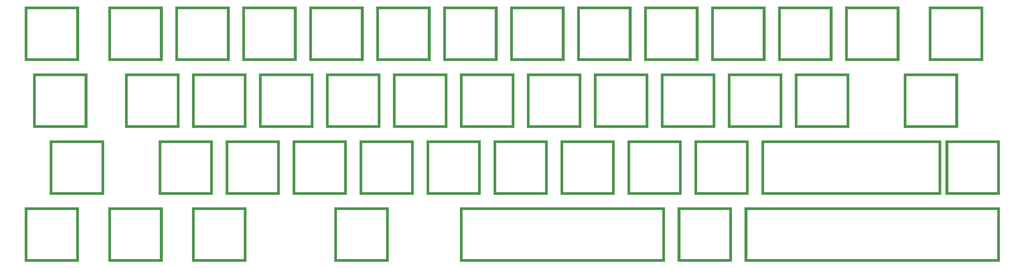
<source format=gbr>
G04 #@! TF.GenerationSoftware,KiCad,Pcbnew,(5.1.10-1-10_14)*
G04 #@! TF.CreationDate,2021-09-01T20:03:42+02:00*
G04 #@! TF.ProjectId,plate,706c6174-652e-46b6-9963-61645f706362,1*
G04 #@! TF.SameCoordinates,Original*
G04 #@! TF.FileFunction,Soldermask,Top*
G04 #@! TF.FilePolarity,Negative*
%FSLAX46Y46*%
G04 Gerber Fmt 4.6, Leading zero omitted, Abs format (unit mm)*
G04 Created by KiCad (PCBNEW (5.1.10-1-10_14)) date 2021-09-01 20:03:42*
%MOMM*%
%LPD*%
G01*
G04 APERTURE LIST*
%ADD10C,0.100000*%
G04 APERTURE END LIST*
D10*
G36*
X333456250Y-169500000D02*
G01*
X282337500Y-169500000D01*
X283037500Y-168800000D01*
X332756250Y-168800000D01*
X333456250Y-169500000D01*
G37*
X333456250Y-169500000D02*
X282337500Y-169500000D01*
X283037500Y-168800000D01*
X332756250Y-168800000D01*
X333456250Y-169500000D01*
G36*
X332756250Y-154800000D02*
G01*
X283037500Y-154800000D01*
X282337500Y-154100000D01*
X333456250Y-154100000D01*
X332756250Y-154800000D01*
G37*
X332756250Y-154800000D02*
X283037500Y-154800000D01*
X282337500Y-154100000D01*
X333456250Y-154100000D01*
X332756250Y-154800000D01*
G36*
X349425000Y-173850000D02*
G01*
X278275000Y-173850000D01*
X277575000Y-173150000D01*
X350125000Y-173150000D01*
X349425000Y-173850000D01*
G37*
X349425000Y-173850000D02*
X278275000Y-173850000D01*
X277575000Y-173150000D01*
X350125000Y-173150000D01*
X349425000Y-173850000D01*
G36*
X350125000Y-188550000D02*
G01*
X277575000Y-188550000D01*
X278275000Y-187850000D01*
X349425000Y-187850000D01*
X350125000Y-188550000D01*
G37*
X350125000Y-188550000D02*
X277575000Y-188550000D01*
X278275000Y-187850000D01*
X349425000Y-187850000D01*
X350125000Y-188550000D01*
G36*
X254875000Y-188550000D02*
G01*
X196612500Y-188550000D01*
X197312500Y-187850000D01*
X254175000Y-187850000D01*
X254875000Y-188550000D01*
G37*
X254875000Y-188550000D02*
X196612500Y-188550000D01*
X197312500Y-187850000D01*
X254175000Y-187850000D01*
X254875000Y-188550000D01*
G36*
X254175000Y-173850000D02*
G01*
X197312500Y-173850000D01*
X196612500Y-173150000D01*
X254875000Y-173150000D01*
X254175000Y-173850000D01*
G37*
X254175000Y-173850000D02*
X197312500Y-173850000D01*
X196612500Y-173150000D01*
X254875000Y-173150000D01*
X254175000Y-173850000D01*
G36*
X283037500Y-154800000D02*
G01*
X283037500Y-168800000D01*
X282337500Y-169500000D01*
X282337500Y-154100000D01*
X283037500Y-154800000D01*
G37*
X283037500Y-154800000D02*
X283037500Y-168800000D01*
X282337500Y-169500000D01*
X282337500Y-154100000D01*
X283037500Y-154800000D01*
G36*
X333456250Y-169500000D02*
G01*
X332756250Y-168800000D01*
X332756250Y-154800000D01*
X333456250Y-154100000D01*
X333456250Y-169500000D01*
G37*
X333456250Y-169500000D02*
X332756250Y-168800000D01*
X332756250Y-154800000D01*
X333456250Y-154100000D01*
X333456250Y-169500000D01*
G36*
X350125000Y-188550000D02*
G01*
X349425000Y-187850000D01*
X349425000Y-173850000D01*
X350125000Y-173150000D01*
X350125000Y-188550000D01*
G37*
X350125000Y-188550000D02*
X349425000Y-187850000D01*
X349425000Y-173850000D01*
X350125000Y-173150000D01*
X350125000Y-188550000D01*
G36*
X278275000Y-173850000D02*
G01*
X278275000Y-187850000D01*
X277575000Y-188550000D01*
X277575000Y-173150000D01*
X278275000Y-173850000D01*
G37*
X278275000Y-173850000D02*
X278275000Y-187850000D01*
X277575000Y-188550000D01*
X277575000Y-173150000D01*
X278275000Y-173850000D01*
G36*
X273925000Y-188550000D02*
G01*
X273225000Y-187850000D01*
X273225000Y-173850000D01*
X273925000Y-173150000D01*
X273925000Y-188550000D01*
G37*
X273925000Y-188550000D02*
X273225000Y-187850000D01*
X273225000Y-173850000D01*
X273925000Y-173150000D01*
X273925000Y-188550000D01*
G36*
X273225000Y-173850000D02*
G01*
X259225000Y-173850000D01*
X258525000Y-173150000D01*
X273925000Y-173150000D01*
X273225000Y-173850000D01*
G37*
X273225000Y-173850000D02*
X259225000Y-173850000D01*
X258525000Y-173150000D01*
X273925000Y-173150000D01*
X273225000Y-173850000D01*
G36*
X273925000Y-188550000D02*
G01*
X258525000Y-188550000D01*
X259225000Y-187850000D01*
X273225000Y-187850000D01*
X273925000Y-188550000D01*
G37*
X273925000Y-188550000D02*
X258525000Y-188550000D01*
X259225000Y-187850000D01*
X273225000Y-187850000D01*
X273925000Y-188550000D01*
G36*
X259225000Y-173850000D02*
G01*
X259225000Y-187850000D01*
X258525000Y-188550000D01*
X258525000Y-173150000D01*
X259225000Y-173850000D01*
G37*
X259225000Y-173850000D02*
X259225000Y-187850000D01*
X258525000Y-188550000D01*
X258525000Y-173150000D01*
X259225000Y-173850000D01*
G36*
X254875000Y-188550000D02*
G01*
X254175000Y-187850000D01*
X254175000Y-173850000D01*
X254875000Y-173150000D01*
X254875000Y-188550000D01*
G37*
X254875000Y-188550000D02*
X254175000Y-187850000D01*
X254175000Y-173850000D01*
X254875000Y-173150000D01*
X254875000Y-188550000D01*
G36*
X197312500Y-173850000D02*
G01*
X197312500Y-187850000D01*
X196612500Y-188550000D01*
X196612500Y-173150000D01*
X197312500Y-173850000D01*
G37*
X197312500Y-173850000D02*
X197312500Y-187850000D01*
X196612500Y-188550000D01*
X196612500Y-173150000D01*
X197312500Y-173850000D01*
G36*
X135812500Y-188550000D02*
G01*
X135112500Y-187850000D01*
X135112500Y-173850000D01*
X135812500Y-173150000D01*
X135812500Y-188550000D01*
G37*
X135812500Y-188550000D02*
X135112500Y-187850000D01*
X135112500Y-173850000D01*
X135812500Y-173150000D01*
X135812500Y-188550000D01*
G36*
X135112500Y-173850000D02*
G01*
X121112500Y-173850000D01*
X120412500Y-173150000D01*
X135812500Y-173150000D01*
X135112500Y-173850000D01*
G37*
X135112500Y-173850000D02*
X121112500Y-173850000D01*
X120412500Y-173150000D01*
X135812500Y-173150000D01*
X135112500Y-173850000D01*
G36*
X135812500Y-188550000D02*
G01*
X120412500Y-188550000D01*
X121112500Y-187850000D01*
X135112500Y-187850000D01*
X135812500Y-188550000D01*
G37*
X135812500Y-188550000D02*
X120412500Y-188550000D01*
X121112500Y-187850000D01*
X135112500Y-187850000D01*
X135812500Y-188550000D01*
G36*
X121112500Y-173850000D02*
G01*
X121112500Y-187850000D01*
X120412500Y-188550000D01*
X120412500Y-173150000D01*
X121112500Y-173850000D01*
G37*
X121112500Y-173850000D02*
X121112500Y-187850000D01*
X120412500Y-188550000D01*
X120412500Y-173150000D01*
X121112500Y-173850000D01*
G36*
X112000000Y-188550000D02*
G01*
X111300000Y-187850000D01*
X111300000Y-173850000D01*
X112000000Y-173150000D01*
X112000000Y-188550000D01*
G37*
X112000000Y-188550000D02*
X111300000Y-187850000D01*
X111300000Y-173850000D01*
X112000000Y-173150000D01*
X112000000Y-188550000D01*
G36*
X111300000Y-173850000D02*
G01*
X97300000Y-173850000D01*
X96600000Y-173150000D01*
X112000000Y-173150000D01*
X111300000Y-173850000D01*
G37*
X111300000Y-173850000D02*
X97300000Y-173850000D01*
X96600000Y-173150000D01*
X112000000Y-173150000D01*
X111300000Y-173850000D01*
G36*
X112000000Y-188550000D02*
G01*
X96600000Y-188550000D01*
X97300000Y-187850000D01*
X111300000Y-187850000D01*
X112000000Y-188550000D01*
G37*
X112000000Y-188550000D02*
X96600000Y-188550000D01*
X97300000Y-187850000D01*
X111300000Y-187850000D01*
X112000000Y-188550000D01*
G36*
X97300000Y-173850000D02*
G01*
X97300000Y-187850000D01*
X96600000Y-188550000D01*
X96600000Y-173150000D01*
X97300000Y-173850000D01*
G37*
X97300000Y-173850000D02*
X97300000Y-187850000D01*
X96600000Y-188550000D01*
X96600000Y-173150000D01*
X97300000Y-173850000D01*
G36*
X88187500Y-188550000D02*
G01*
X87487500Y-187850000D01*
X87487500Y-173850000D01*
X88187500Y-173150000D01*
X88187500Y-188550000D01*
G37*
X88187500Y-188550000D02*
X87487500Y-187850000D01*
X87487500Y-173850000D01*
X88187500Y-173150000D01*
X88187500Y-188550000D01*
G36*
X87487500Y-173850000D02*
G01*
X73487500Y-173850000D01*
X72787500Y-173150000D01*
X88187500Y-173150000D01*
X87487500Y-173850000D01*
G37*
X87487500Y-173850000D02*
X73487500Y-173850000D01*
X72787500Y-173150000D01*
X88187500Y-173150000D01*
X87487500Y-173850000D01*
G36*
X88187500Y-188550000D02*
G01*
X72787500Y-188550000D01*
X73487500Y-187850000D01*
X87487500Y-187850000D01*
X88187500Y-188550000D01*
G37*
X88187500Y-188550000D02*
X72787500Y-188550000D01*
X73487500Y-187850000D01*
X87487500Y-187850000D01*
X88187500Y-188550000D01*
G36*
X73487500Y-173850000D02*
G01*
X73487500Y-187850000D01*
X72787500Y-188550000D01*
X72787500Y-173150000D01*
X73487500Y-173850000D01*
G37*
X73487500Y-173850000D02*
X73487500Y-187850000D01*
X72787500Y-188550000D01*
X72787500Y-173150000D01*
X73487500Y-173850000D01*
G36*
X126287500Y-169500000D02*
G01*
X125587500Y-168800000D01*
X125587500Y-154800000D01*
X126287500Y-154100000D01*
X126287500Y-169500000D01*
G37*
X126287500Y-169500000D02*
X125587500Y-168800000D01*
X125587500Y-154800000D01*
X126287500Y-154100000D01*
X126287500Y-169500000D01*
G36*
X125587500Y-154800000D02*
G01*
X111587500Y-154800000D01*
X110887500Y-154100000D01*
X126287500Y-154100000D01*
X125587500Y-154800000D01*
G37*
X125587500Y-154800000D02*
X111587500Y-154800000D01*
X110887500Y-154100000D01*
X126287500Y-154100000D01*
X125587500Y-154800000D01*
G36*
X126287500Y-169500000D02*
G01*
X110887500Y-169500000D01*
X111587500Y-168800000D01*
X125587500Y-168800000D01*
X126287500Y-169500000D01*
G37*
X126287500Y-169500000D02*
X110887500Y-169500000D01*
X111587500Y-168800000D01*
X125587500Y-168800000D01*
X126287500Y-169500000D01*
G36*
X111587500Y-154800000D02*
G01*
X111587500Y-168800000D01*
X110887500Y-169500000D01*
X110887500Y-154100000D01*
X111587500Y-154800000D01*
G37*
X111587500Y-154800000D02*
X111587500Y-168800000D01*
X110887500Y-169500000D01*
X110887500Y-154100000D01*
X111587500Y-154800000D01*
G36*
X145337500Y-169500000D02*
G01*
X144637500Y-168800000D01*
X144637500Y-154800000D01*
X145337500Y-154100000D01*
X145337500Y-169500000D01*
G37*
X145337500Y-169500000D02*
X144637500Y-168800000D01*
X144637500Y-154800000D01*
X145337500Y-154100000D01*
X145337500Y-169500000D01*
G36*
X144637500Y-154800000D02*
G01*
X130637500Y-154800000D01*
X129937500Y-154100000D01*
X145337500Y-154100000D01*
X144637500Y-154800000D01*
G37*
X144637500Y-154800000D02*
X130637500Y-154800000D01*
X129937500Y-154100000D01*
X145337500Y-154100000D01*
X144637500Y-154800000D01*
G36*
X145337500Y-169500000D02*
G01*
X129937500Y-169500000D01*
X130637500Y-168800000D01*
X144637500Y-168800000D01*
X145337500Y-169500000D01*
G37*
X145337500Y-169500000D02*
X129937500Y-169500000D01*
X130637500Y-168800000D01*
X144637500Y-168800000D01*
X145337500Y-169500000D01*
G36*
X130637500Y-154800000D02*
G01*
X130637500Y-168800000D01*
X129937500Y-169500000D01*
X129937500Y-154100000D01*
X130637500Y-154800000D01*
G37*
X130637500Y-154800000D02*
X130637500Y-168800000D01*
X129937500Y-169500000D01*
X129937500Y-154100000D01*
X130637500Y-154800000D01*
G36*
X164387500Y-169500000D02*
G01*
X163687500Y-168800000D01*
X163687500Y-154800000D01*
X164387500Y-154100000D01*
X164387500Y-169500000D01*
G37*
X164387500Y-169500000D02*
X163687500Y-168800000D01*
X163687500Y-154800000D01*
X164387500Y-154100000D01*
X164387500Y-169500000D01*
G36*
X163687500Y-154800000D02*
G01*
X149687500Y-154800000D01*
X148987500Y-154100000D01*
X164387500Y-154100000D01*
X163687500Y-154800000D01*
G37*
X163687500Y-154800000D02*
X149687500Y-154800000D01*
X148987500Y-154100000D01*
X164387500Y-154100000D01*
X163687500Y-154800000D01*
G36*
X164387500Y-169500000D02*
G01*
X148987500Y-169500000D01*
X149687500Y-168800000D01*
X163687500Y-168800000D01*
X164387500Y-169500000D01*
G37*
X164387500Y-169500000D02*
X148987500Y-169500000D01*
X149687500Y-168800000D01*
X163687500Y-168800000D01*
X164387500Y-169500000D01*
G36*
X149687500Y-154800000D02*
G01*
X149687500Y-168800000D01*
X148987500Y-169500000D01*
X148987500Y-154100000D01*
X149687500Y-154800000D01*
G37*
X149687500Y-154800000D02*
X149687500Y-168800000D01*
X148987500Y-169500000D01*
X148987500Y-154100000D01*
X149687500Y-154800000D01*
G36*
X176293750Y-188550000D02*
G01*
X175593750Y-187850000D01*
X175593750Y-173850000D01*
X176293750Y-173150000D01*
X176293750Y-188550000D01*
G37*
X176293750Y-188550000D02*
X175593750Y-187850000D01*
X175593750Y-173850000D01*
X176293750Y-173150000D01*
X176293750Y-188550000D01*
G36*
X175593750Y-173850000D02*
G01*
X161593750Y-173850000D01*
X160893750Y-173150000D01*
X176293750Y-173150000D01*
X175593750Y-173850000D01*
G37*
X175593750Y-173850000D02*
X161593750Y-173850000D01*
X160893750Y-173150000D01*
X176293750Y-173150000D01*
X175593750Y-173850000D01*
G36*
X176293750Y-188550000D02*
G01*
X160893750Y-188550000D01*
X161593750Y-187850000D01*
X175593750Y-187850000D01*
X176293750Y-188550000D01*
G37*
X176293750Y-188550000D02*
X160893750Y-188550000D01*
X161593750Y-187850000D01*
X175593750Y-187850000D01*
X176293750Y-188550000D01*
G36*
X161593750Y-173850000D02*
G01*
X161593750Y-187850000D01*
X160893750Y-188550000D01*
X160893750Y-173150000D01*
X161593750Y-173850000D01*
G37*
X161593750Y-173850000D02*
X161593750Y-187850000D01*
X160893750Y-188550000D01*
X160893750Y-173150000D01*
X161593750Y-173850000D01*
G36*
X183437500Y-169500000D02*
G01*
X182737500Y-168800000D01*
X182737500Y-154800000D01*
X183437500Y-154100000D01*
X183437500Y-169500000D01*
G37*
X183437500Y-169500000D02*
X182737500Y-168800000D01*
X182737500Y-154800000D01*
X183437500Y-154100000D01*
X183437500Y-169500000D01*
G36*
X182737500Y-154800000D02*
G01*
X168737500Y-154800000D01*
X168037500Y-154100000D01*
X183437500Y-154100000D01*
X182737500Y-154800000D01*
G37*
X182737500Y-154800000D02*
X168737500Y-154800000D01*
X168037500Y-154100000D01*
X183437500Y-154100000D01*
X182737500Y-154800000D01*
G36*
X183437500Y-169500000D02*
G01*
X168037500Y-169500000D01*
X168737500Y-168800000D01*
X182737500Y-168800000D01*
X183437500Y-169500000D01*
G37*
X183437500Y-169500000D02*
X168037500Y-169500000D01*
X168737500Y-168800000D01*
X182737500Y-168800000D01*
X183437500Y-169500000D01*
G36*
X168737500Y-154800000D02*
G01*
X168737500Y-168800000D01*
X168037500Y-169500000D01*
X168037500Y-154100000D01*
X168737500Y-154800000D01*
G37*
X168737500Y-154800000D02*
X168737500Y-168800000D01*
X168037500Y-169500000D01*
X168037500Y-154100000D01*
X168737500Y-154800000D01*
G36*
X202487500Y-169500000D02*
G01*
X201787500Y-168800000D01*
X201787500Y-154800000D01*
X202487500Y-154100000D01*
X202487500Y-169500000D01*
G37*
X202487500Y-169500000D02*
X201787500Y-168800000D01*
X201787500Y-154800000D01*
X202487500Y-154100000D01*
X202487500Y-169500000D01*
G36*
X201787500Y-154800000D02*
G01*
X187787500Y-154800000D01*
X187087500Y-154100000D01*
X202487500Y-154100000D01*
X201787500Y-154800000D01*
G37*
X201787500Y-154800000D02*
X187787500Y-154800000D01*
X187087500Y-154100000D01*
X202487500Y-154100000D01*
X201787500Y-154800000D01*
G36*
X202487500Y-169500000D02*
G01*
X187087500Y-169500000D01*
X187787500Y-168800000D01*
X201787500Y-168800000D01*
X202487500Y-169500000D01*
G37*
X202487500Y-169500000D02*
X187087500Y-169500000D01*
X187787500Y-168800000D01*
X201787500Y-168800000D01*
X202487500Y-169500000D01*
G36*
X187787500Y-154800000D02*
G01*
X187787500Y-168800000D01*
X187087500Y-169500000D01*
X187087500Y-154100000D01*
X187787500Y-154800000D01*
G37*
X187787500Y-154800000D02*
X187787500Y-168800000D01*
X187087500Y-169500000D01*
X187087500Y-154100000D01*
X187787500Y-154800000D01*
G36*
X221537500Y-169500000D02*
G01*
X220837500Y-168800000D01*
X220837500Y-154800000D01*
X221537500Y-154100000D01*
X221537500Y-169500000D01*
G37*
X221537500Y-169500000D02*
X220837500Y-168800000D01*
X220837500Y-154800000D01*
X221537500Y-154100000D01*
X221537500Y-169500000D01*
G36*
X220837500Y-154800000D02*
G01*
X206837500Y-154800000D01*
X206137500Y-154100000D01*
X221537500Y-154100000D01*
X220837500Y-154800000D01*
G37*
X220837500Y-154800000D02*
X206837500Y-154800000D01*
X206137500Y-154100000D01*
X221537500Y-154100000D01*
X220837500Y-154800000D01*
G36*
X221537500Y-169500000D02*
G01*
X206137500Y-169500000D01*
X206837500Y-168800000D01*
X220837500Y-168800000D01*
X221537500Y-169500000D01*
G37*
X221537500Y-169500000D02*
X206137500Y-169500000D01*
X206837500Y-168800000D01*
X220837500Y-168800000D01*
X221537500Y-169500000D01*
G36*
X206837500Y-154800000D02*
G01*
X206837500Y-168800000D01*
X206137500Y-169500000D01*
X206137500Y-154100000D01*
X206837500Y-154800000D01*
G37*
X206837500Y-154800000D02*
X206837500Y-168800000D01*
X206137500Y-169500000D01*
X206137500Y-154100000D01*
X206837500Y-154800000D01*
G36*
X240587500Y-169500000D02*
G01*
X239887500Y-168800000D01*
X239887500Y-154800000D01*
X240587500Y-154100000D01*
X240587500Y-169500000D01*
G37*
X240587500Y-169500000D02*
X239887500Y-168800000D01*
X239887500Y-154800000D01*
X240587500Y-154100000D01*
X240587500Y-169500000D01*
G36*
X239887500Y-154800000D02*
G01*
X225887500Y-154800000D01*
X225187500Y-154100000D01*
X240587500Y-154100000D01*
X239887500Y-154800000D01*
G37*
X239887500Y-154800000D02*
X225887500Y-154800000D01*
X225187500Y-154100000D01*
X240587500Y-154100000D01*
X239887500Y-154800000D01*
G36*
X240587500Y-169500000D02*
G01*
X225187500Y-169500000D01*
X225887500Y-168800000D01*
X239887500Y-168800000D01*
X240587500Y-169500000D01*
G37*
X240587500Y-169500000D02*
X225187500Y-169500000D01*
X225887500Y-168800000D01*
X239887500Y-168800000D01*
X240587500Y-169500000D01*
G36*
X225887500Y-154800000D02*
G01*
X225887500Y-168800000D01*
X225187500Y-169500000D01*
X225187500Y-154100000D01*
X225887500Y-154800000D01*
G37*
X225887500Y-154800000D02*
X225887500Y-168800000D01*
X225187500Y-169500000D01*
X225187500Y-154100000D01*
X225887500Y-154800000D01*
G36*
X259637500Y-169500000D02*
G01*
X258937500Y-168800000D01*
X258937500Y-154800000D01*
X259637500Y-154100000D01*
X259637500Y-169500000D01*
G37*
X259637500Y-169500000D02*
X258937500Y-168800000D01*
X258937500Y-154800000D01*
X259637500Y-154100000D01*
X259637500Y-169500000D01*
G36*
X258937500Y-154800000D02*
G01*
X244937500Y-154800000D01*
X244237500Y-154100000D01*
X259637500Y-154100000D01*
X258937500Y-154800000D01*
G37*
X258937500Y-154800000D02*
X244937500Y-154800000D01*
X244237500Y-154100000D01*
X259637500Y-154100000D01*
X258937500Y-154800000D01*
G36*
X259637500Y-169500000D02*
G01*
X244237500Y-169500000D01*
X244937500Y-168800000D01*
X258937500Y-168800000D01*
X259637500Y-169500000D01*
G37*
X259637500Y-169500000D02*
X244237500Y-169500000D01*
X244937500Y-168800000D01*
X258937500Y-168800000D01*
X259637500Y-169500000D01*
G36*
X244937500Y-154800000D02*
G01*
X244937500Y-168800000D01*
X244237500Y-169500000D01*
X244237500Y-154100000D01*
X244937500Y-154800000D01*
G37*
X244937500Y-154800000D02*
X244937500Y-168800000D01*
X244237500Y-169500000D01*
X244237500Y-154100000D01*
X244937500Y-154800000D01*
G36*
X278687500Y-169500000D02*
G01*
X277987500Y-168800000D01*
X277987500Y-154800000D01*
X278687500Y-154100000D01*
X278687500Y-169500000D01*
G37*
X278687500Y-169500000D02*
X277987500Y-168800000D01*
X277987500Y-154800000D01*
X278687500Y-154100000D01*
X278687500Y-169500000D01*
G36*
X277987500Y-154800000D02*
G01*
X263987500Y-154800000D01*
X263287500Y-154100000D01*
X278687500Y-154100000D01*
X277987500Y-154800000D01*
G37*
X277987500Y-154800000D02*
X263987500Y-154800000D01*
X263287500Y-154100000D01*
X278687500Y-154100000D01*
X277987500Y-154800000D01*
G36*
X278687500Y-169500000D02*
G01*
X263287500Y-169500000D01*
X263987500Y-168800000D01*
X277987500Y-168800000D01*
X278687500Y-169500000D01*
G37*
X278687500Y-169500000D02*
X263287500Y-169500000D01*
X263987500Y-168800000D01*
X277987500Y-168800000D01*
X278687500Y-169500000D01*
G36*
X263987500Y-154800000D02*
G01*
X263987500Y-168800000D01*
X263287500Y-169500000D01*
X263287500Y-154100000D01*
X263987500Y-154800000D01*
G37*
X263987500Y-154800000D02*
X263987500Y-168800000D01*
X263287500Y-169500000D01*
X263287500Y-154100000D01*
X263987500Y-154800000D01*
G36*
X350125000Y-169500000D02*
G01*
X349425000Y-168800000D01*
X349425000Y-154800000D01*
X350125000Y-154100000D01*
X350125000Y-169500000D01*
G37*
X350125000Y-169500000D02*
X349425000Y-168800000D01*
X349425000Y-154800000D01*
X350125000Y-154100000D01*
X350125000Y-169500000D01*
G36*
X349425000Y-154800000D02*
G01*
X335425000Y-154800000D01*
X334725000Y-154100000D01*
X350125000Y-154100000D01*
X349425000Y-154800000D01*
G37*
X349425000Y-154800000D02*
X335425000Y-154800000D01*
X334725000Y-154100000D01*
X350125000Y-154100000D01*
X349425000Y-154800000D01*
G36*
X350125000Y-169500000D02*
G01*
X334725000Y-169500000D01*
X335425000Y-168800000D01*
X349425000Y-168800000D01*
X350125000Y-169500000D01*
G37*
X350125000Y-169500000D02*
X334725000Y-169500000D01*
X335425000Y-168800000D01*
X349425000Y-168800000D01*
X350125000Y-169500000D01*
G36*
X335425000Y-154800000D02*
G01*
X335425000Y-168800000D01*
X334725000Y-169500000D01*
X334725000Y-154100000D01*
X335425000Y-154800000D01*
G37*
X335425000Y-154800000D02*
X335425000Y-168800000D01*
X334725000Y-169500000D01*
X334725000Y-154100000D01*
X335425000Y-154800000D01*
G36*
X338218750Y-150450000D02*
G01*
X337518750Y-149750000D01*
X337518750Y-135750000D01*
X338218750Y-135050000D01*
X338218750Y-150450000D01*
G37*
X338218750Y-150450000D02*
X337518750Y-149750000D01*
X337518750Y-135750000D01*
X338218750Y-135050000D01*
X338218750Y-150450000D01*
G36*
X337518750Y-135750000D02*
G01*
X323518750Y-135750000D01*
X322818750Y-135050000D01*
X338218750Y-135050000D01*
X337518750Y-135750000D01*
G37*
X337518750Y-135750000D02*
X323518750Y-135750000D01*
X322818750Y-135050000D01*
X338218750Y-135050000D01*
X337518750Y-135750000D01*
G36*
X338218750Y-150450000D02*
G01*
X322818750Y-150450000D01*
X323518750Y-149750000D01*
X337518750Y-149750000D01*
X338218750Y-150450000D01*
G37*
X338218750Y-150450000D02*
X322818750Y-150450000D01*
X323518750Y-149750000D01*
X337518750Y-149750000D01*
X338218750Y-150450000D01*
G36*
X323518750Y-135750000D02*
G01*
X323518750Y-149750000D01*
X322818750Y-150450000D01*
X322818750Y-135050000D01*
X323518750Y-135750000D01*
G37*
X323518750Y-135750000D02*
X323518750Y-149750000D01*
X322818750Y-150450000D01*
X322818750Y-135050000D01*
X323518750Y-135750000D01*
G36*
X307262500Y-150450000D02*
G01*
X306562500Y-149750000D01*
X306562500Y-135750000D01*
X307262500Y-135050000D01*
X307262500Y-150450000D01*
G37*
X307262500Y-150450000D02*
X306562500Y-149750000D01*
X306562500Y-135750000D01*
X307262500Y-135050000D01*
X307262500Y-150450000D01*
G36*
X306562500Y-135750000D02*
G01*
X292562500Y-135750000D01*
X291862500Y-135050000D01*
X307262500Y-135050000D01*
X306562500Y-135750000D01*
G37*
X306562500Y-135750000D02*
X292562500Y-135750000D01*
X291862500Y-135050000D01*
X307262500Y-135050000D01*
X306562500Y-135750000D01*
G36*
X307262500Y-150450000D02*
G01*
X291862500Y-150450000D01*
X292562500Y-149750000D01*
X306562500Y-149750000D01*
X307262500Y-150450000D01*
G37*
X307262500Y-150450000D02*
X291862500Y-150450000D01*
X292562500Y-149750000D01*
X306562500Y-149750000D01*
X307262500Y-150450000D01*
G36*
X292562500Y-135750000D02*
G01*
X292562500Y-149750000D01*
X291862500Y-150450000D01*
X291862500Y-135050000D01*
X292562500Y-135750000D01*
G37*
X292562500Y-135750000D02*
X292562500Y-149750000D01*
X291862500Y-150450000D01*
X291862500Y-135050000D01*
X292562500Y-135750000D01*
G36*
X288212500Y-150450000D02*
G01*
X287512500Y-149750000D01*
X287512500Y-135750000D01*
X288212500Y-135050000D01*
X288212500Y-150450000D01*
G37*
X288212500Y-150450000D02*
X287512500Y-149750000D01*
X287512500Y-135750000D01*
X288212500Y-135050000D01*
X288212500Y-150450000D01*
G36*
X287512500Y-135750000D02*
G01*
X273512500Y-135750000D01*
X272812500Y-135050000D01*
X288212500Y-135050000D01*
X287512500Y-135750000D01*
G37*
X287512500Y-135750000D02*
X273512500Y-135750000D01*
X272812500Y-135050000D01*
X288212500Y-135050000D01*
X287512500Y-135750000D01*
G36*
X288212500Y-150450000D02*
G01*
X272812500Y-150450000D01*
X273512500Y-149750000D01*
X287512500Y-149750000D01*
X288212500Y-150450000D01*
G37*
X288212500Y-150450000D02*
X272812500Y-150450000D01*
X273512500Y-149750000D01*
X287512500Y-149750000D01*
X288212500Y-150450000D01*
G36*
X273512500Y-135750000D02*
G01*
X273512500Y-149750000D01*
X272812500Y-150450000D01*
X272812500Y-135050000D01*
X273512500Y-135750000D01*
G37*
X273512500Y-135750000D02*
X273512500Y-149750000D01*
X272812500Y-150450000D01*
X272812500Y-135050000D01*
X273512500Y-135750000D01*
G36*
X269162500Y-150450000D02*
G01*
X268462500Y-149750000D01*
X268462500Y-135750000D01*
X269162500Y-135050000D01*
X269162500Y-150450000D01*
G37*
X269162500Y-150450000D02*
X268462500Y-149750000D01*
X268462500Y-135750000D01*
X269162500Y-135050000D01*
X269162500Y-150450000D01*
G36*
X268462500Y-135750000D02*
G01*
X254462500Y-135750000D01*
X253762500Y-135050000D01*
X269162500Y-135050000D01*
X268462500Y-135750000D01*
G37*
X268462500Y-135750000D02*
X254462500Y-135750000D01*
X253762500Y-135050000D01*
X269162500Y-135050000D01*
X268462500Y-135750000D01*
G36*
X269162500Y-150450000D02*
G01*
X253762500Y-150450000D01*
X254462500Y-149750000D01*
X268462500Y-149750000D01*
X269162500Y-150450000D01*
G37*
X269162500Y-150450000D02*
X253762500Y-150450000D01*
X254462500Y-149750000D01*
X268462500Y-149750000D01*
X269162500Y-150450000D01*
G36*
X254462500Y-135750000D02*
G01*
X254462500Y-149750000D01*
X253762500Y-150450000D01*
X253762500Y-135050000D01*
X254462500Y-135750000D01*
G37*
X254462500Y-135750000D02*
X254462500Y-149750000D01*
X253762500Y-150450000D01*
X253762500Y-135050000D01*
X254462500Y-135750000D01*
G36*
X250112500Y-150450000D02*
G01*
X249412500Y-149750000D01*
X249412500Y-135750000D01*
X250112500Y-135050000D01*
X250112500Y-150450000D01*
G37*
X250112500Y-150450000D02*
X249412500Y-149750000D01*
X249412500Y-135750000D01*
X250112500Y-135050000D01*
X250112500Y-150450000D01*
G36*
X249412500Y-135750000D02*
G01*
X235412500Y-135750000D01*
X234712500Y-135050000D01*
X250112500Y-135050000D01*
X249412500Y-135750000D01*
G37*
X249412500Y-135750000D02*
X235412500Y-135750000D01*
X234712500Y-135050000D01*
X250112500Y-135050000D01*
X249412500Y-135750000D01*
G36*
X250112500Y-150450000D02*
G01*
X234712500Y-150450000D01*
X235412500Y-149750000D01*
X249412500Y-149750000D01*
X250112500Y-150450000D01*
G37*
X250112500Y-150450000D02*
X234712500Y-150450000D01*
X235412500Y-149750000D01*
X249412500Y-149750000D01*
X250112500Y-150450000D01*
G36*
X235412500Y-135750000D02*
G01*
X235412500Y-149750000D01*
X234712500Y-150450000D01*
X234712500Y-135050000D01*
X235412500Y-135750000D01*
G37*
X235412500Y-135750000D02*
X235412500Y-149750000D01*
X234712500Y-150450000D01*
X234712500Y-135050000D01*
X235412500Y-135750000D01*
G36*
X231062500Y-150450000D02*
G01*
X230362500Y-149750000D01*
X230362500Y-135750000D01*
X231062500Y-135050000D01*
X231062500Y-150450000D01*
G37*
X231062500Y-150450000D02*
X230362500Y-149750000D01*
X230362500Y-135750000D01*
X231062500Y-135050000D01*
X231062500Y-150450000D01*
G36*
X230362500Y-135750000D02*
G01*
X216362500Y-135750000D01*
X215662500Y-135050000D01*
X231062500Y-135050000D01*
X230362500Y-135750000D01*
G37*
X230362500Y-135750000D02*
X216362500Y-135750000D01*
X215662500Y-135050000D01*
X231062500Y-135050000D01*
X230362500Y-135750000D01*
G36*
X231062500Y-150450000D02*
G01*
X215662500Y-150450000D01*
X216362500Y-149750000D01*
X230362500Y-149750000D01*
X231062500Y-150450000D01*
G37*
X231062500Y-150450000D02*
X215662500Y-150450000D01*
X216362500Y-149750000D01*
X230362500Y-149750000D01*
X231062500Y-150450000D01*
G36*
X216362500Y-135750000D02*
G01*
X216362500Y-149750000D01*
X215662500Y-150450000D01*
X215662500Y-135050000D01*
X216362500Y-135750000D01*
G37*
X216362500Y-135750000D02*
X216362500Y-149750000D01*
X215662500Y-150450000D01*
X215662500Y-135050000D01*
X216362500Y-135750000D01*
G36*
X212012500Y-150450000D02*
G01*
X211312500Y-149750000D01*
X211312500Y-135750000D01*
X212012500Y-135050000D01*
X212012500Y-150450000D01*
G37*
X212012500Y-150450000D02*
X211312500Y-149750000D01*
X211312500Y-135750000D01*
X212012500Y-135050000D01*
X212012500Y-150450000D01*
G36*
X211312500Y-135750000D02*
G01*
X197312500Y-135750000D01*
X196612500Y-135050000D01*
X212012500Y-135050000D01*
X211312500Y-135750000D01*
G37*
X211312500Y-135750000D02*
X197312500Y-135750000D01*
X196612500Y-135050000D01*
X212012500Y-135050000D01*
X211312500Y-135750000D01*
G36*
X212012500Y-150450000D02*
G01*
X196612500Y-150450000D01*
X197312500Y-149750000D01*
X211312500Y-149750000D01*
X212012500Y-150450000D01*
G37*
X212012500Y-150450000D02*
X196612500Y-150450000D01*
X197312500Y-149750000D01*
X211312500Y-149750000D01*
X212012500Y-150450000D01*
G36*
X197312500Y-135750000D02*
G01*
X197312500Y-149750000D01*
X196612500Y-150450000D01*
X196612500Y-135050000D01*
X197312500Y-135750000D01*
G37*
X197312500Y-135750000D02*
X197312500Y-149750000D01*
X196612500Y-150450000D01*
X196612500Y-135050000D01*
X197312500Y-135750000D01*
G36*
X192962500Y-150450000D02*
G01*
X192262500Y-149750000D01*
X192262500Y-135750000D01*
X192962500Y-135050000D01*
X192962500Y-150450000D01*
G37*
X192962500Y-150450000D02*
X192262500Y-149750000D01*
X192262500Y-135750000D01*
X192962500Y-135050000D01*
X192962500Y-150450000D01*
G36*
X192262500Y-135750000D02*
G01*
X178262500Y-135750000D01*
X177562500Y-135050000D01*
X192962500Y-135050000D01*
X192262500Y-135750000D01*
G37*
X192262500Y-135750000D02*
X178262500Y-135750000D01*
X177562500Y-135050000D01*
X192962500Y-135050000D01*
X192262500Y-135750000D01*
G36*
X192962500Y-150450000D02*
G01*
X177562500Y-150450000D01*
X178262500Y-149750000D01*
X192262500Y-149750000D01*
X192962500Y-150450000D01*
G37*
X192962500Y-150450000D02*
X177562500Y-150450000D01*
X178262500Y-149750000D01*
X192262500Y-149750000D01*
X192962500Y-150450000D01*
G36*
X178262500Y-135750000D02*
G01*
X178262500Y-149750000D01*
X177562500Y-150450000D01*
X177562500Y-135050000D01*
X178262500Y-135750000D01*
G37*
X178262500Y-135750000D02*
X178262500Y-149750000D01*
X177562500Y-150450000D01*
X177562500Y-135050000D01*
X178262500Y-135750000D01*
G36*
X173912500Y-150450000D02*
G01*
X173212500Y-149750000D01*
X173212500Y-135750000D01*
X173912500Y-135050000D01*
X173912500Y-150450000D01*
G37*
X173912500Y-150450000D02*
X173212500Y-149750000D01*
X173212500Y-135750000D01*
X173912500Y-135050000D01*
X173912500Y-150450000D01*
G36*
X173212500Y-135750000D02*
G01*
X159212500Y-135750000D01*
X158512500Y-135050000D01*
X173912500Y-135050000D01*
X173212500Y-135750000D01*
G37*
X173212500Y-135750000D02*
X159212500Y-135750000D01*
X158512500Y-135050000D01*
X173912500Y-135050000D01*
X173212500Y-135750000D01*
G36*
X173912500Y-150450000D02*
G01*
X158512500Y-150450000D01*
X159212500Y-149750000D01*
X173212500Y-149750000D01*
X173912500Y-150450000D01*
G37*
X173912500Y-150450000D02*
X158512500Y-150450000D01*
X159212500Y-149750000D01*
X173212500Y-149750000D01*
X173912500Y-150450000D01*
G36*
X159212500Y-135750000D02*
G01*
X159212500Y-149750000D01*
X158512500Y-150450000D01*
X158512500Y-135050000D01*
X159212500Y-135750000D01*
G37*
X159212500Y-135750000D02*
X159212500Y-149750000D01*
X158512500Y-150450000D01*
X158512500Y-135050000D01*
X159212500Y-135750000D01*
G36*
X154862500Y-150450000D02*
G01*
X154162500Y-149750000D01*
X154162500Y-135750000D01*
X154862500Y-135050000D01*
X154862500Y-150450000D01*
G37*
X154862500Y-150450000D02*
X154162500Y-149750000D01*
X154162500Y-135750000D01*
X154862500Y-135050000D01*
X154862500Y-150450000D01*
G36*
X154162500Y-135750000D02*
G01*
X140162500Y-135750000D01*
X139462500Y-135050000D01*
X154862500Y-135050000D01*
X154162500Y-135750000D01*
G37*
X154162500Y-135750000D02*
X140162500Y-135750000D01*
X139462500Y-135050000D01*
X154862500Y-135050000D01*
X154162500Y-135750000D01*
G36*
X154862500Y-150450000D02*
G01*
X139462500Y-150450000D01*
X140162500Y-149750000D01*
X154162500Y-149750000D01*
X154862500Y-150450000D01*
G37*
X154862500Y-150450000D02*
X139462500Y-150450000D01*
X140162500Y-149750000D01*
X154162500Y-149750000D01*
X154862500Y-150450000D01*
G36*
X140162500Y-135750000D02*
G01*
X140162500Y-149750000D01*
X139462500Y-150450000D01*
X139462500Y-135050000D01*
X140162500Y-135750000D01*
G37*
X140162500Y-135750000D02*
X140162500Y-149750000D01*
X139462500Y-150450000D01*
X139462500Y-135050000D01*
X140162500Y-135750000D01*
G36*
X135812500Y-150450000D02*
G01*
X135112500Y-149750000D01*
X135112500Y-135750000D01*
X135812500Y-135050000D01*
X135812500Y-150450000D01*
G37*
X135812500Y-150450000D02*
X135112500Y-149750000D01*
X135112500Y-135750000D01*
X135812500Y-135050000D01*
X135812500Y-150450000D01*
G36*
X135112500Y-135750000D02*
G01*
X121112500Y-135750000D01*
X120412500Y-135050000D01*
X135812500Y-135050000D01*
X135112500Y-135750000D01*
G37*
X135112500Y-135750000D02*
X121112500Y-135750000D01*
X120412500Y-135050000D01*
X135812500Y-135050000D01*
X135112500Y-135750000D01*
G36*
X135812500Y-150450000D02*
G01*
X120412500Y-150450000D01*
X121112500Y-149750000D01*
X135112500Y-149750000D01*
X135812500Y-150450000D01*
G37*
X135812500Y-150450000D02*
X120412500Y-150450000D01*
X121112500Y-149750000D01*
X135112500Y-149750000D01*
X135812500Y-150450000D01*
G36*
X121112500Y-135750000D02*
G01*
X121112500Y-149750000D01*
X120412500Y-150450000D01*
X120412500Y-135050000D01*
X121112500Y-135750000D01*
G37*
X121112500Y-135750000D02*
X121112500Y-149750000D01*
X120412500Y-150450000D01*
X120412500Y-135050000D01*
X121112500Y-135750000D01*
G36*
X116762500Y-150450000D02*
G01*
X116062500Y-149750000D01*
X116062500Y-135750000D01*
X116762500Y-135050000D01*
X116762500Y-150450000D01*
G37*
X116762500Y-150450000D02*
X116062500Y-149750000D01*
X116062500Y-135750000D01*
X116762500Y-135050000D01*
X116762500Y-150450000D01*
G36*
X116062500Y-135750000D02*
G01*
X102062500Y-135750000D01*
X101362500Y-135050000D01*
X116762500Y-135050000D01*
X116062500Y-135750000D01*
G37*
X116062500Y-135750000D02*
X102062500Y-135750000D01*
X101362500Y-135050000D01*
X116762500Y-135050000D01*
X116062500Y-135750000D01*
G36*
X116762500Y-150450000D02*
G01*
X101362500Y-150450000D01*
X102062500Y-149750000D01*
X116062500Y-149750000D01*
X116762500Y-150450000D01*
G37*
X116762500Y-150450000D02*
X101362500Y-150450000D01*
X102062500Y-149750000D01*
X116062500Y-149750000D01*
X116762500Y-150450000D01*
G36*
X102062500Y-135750000D02*
G01*
X102062500Y-149750000D01*
X101362500Y-150450000D01*
X101362500Y-135050000D01*
X102062500Y-135750000D01*
G37*
X102062500Y-135750000D02*
X102062500Y-149750000D01*
X101362500Y-150450000D01*
X101362500Y-135050000D01*
X102062500Y-135750000D01*
G36*
X95331250Y-169500000D02*
G01*
X94631250Y-168800000D01*
X94631250Y-154800000D01*
X95331250Y-154100000D01*
X95331250Y-169500000D01*
G37*
X95331250Y-169500000D02*
X94631250Y-168800000D01*
X94631250Y-154800000D01*
X95331250Y-154100000D01*
X95331250Y-169500000D01*
G36*
X94631250Y-154800000D02*
G01*
X80631250Y-154800000D01*
X79931250Y-154100000D01*
X95331250Y-154100000D01*
X94631250Y-154800000D01*
G37*
X94631250Y-154800000D02*
X80631250Y-154800000D01*
X79931250Y-154100000D01*
X95331250Y-154100000D01*
X94631250Y-154800000D01*
G36*
X95331250Y-169500000D02*
G01*
X79931250Y-169500000D01*
X80631250Y-168800000D01*
X94631250Y-168800000D01*
X95331250Y-169500000D01*
G37*
X95331250Y-169500000D02*
X79931250Y-169500000D01*
X80631250Y-168800000D01*
X94631250Y-168800000D01*
X95331250Y-169500000D01*
G36*
X80631250Y-154800000D02*
G01*
X80631250Y-168800000D01*
X79931250Y-169500000D01*
X79931250Y-154100000D01*
X80631250Y-154800000D01*
G37*
X80631250Y-154800000D02*
X80631250Y-168800000D01*
X79931250Y-169500000D01*
X79931250Y-154100000D01*
X80631250Y-154800000D01*
G36*
X90568750Y-150450000D02*
G01*
X89868750Y-149750000D01*
X89868750Y-135750000D01*
X90568750Y-135050000D01*
X90568750Y-150450000D01*
G37*
X90568750Y-150450000D02*
X89868750Y-149750000D01*
X89868750Y-135750000D01*
X90568750Y-135050000D01*
X90568750Y-150450000D01*
G36*
X89868750Y-135750000D02*
G01*
X75868750Y-135750000D01*
X75168750Y-135050000D01*
X90568750Y-135050000D01*
X89868750Y-135750000D01*
G37*
X89868750Y-135750000D02*
X75868750Y-135750000D01*
X75168750Y-135050000D01*
X90568750Y-135050000D01*
X89868750Y-135750000D01*
G36*
X90568750Y-150450000D02*
G01*
X75168750Y-150450000D01*
X75868750Y-149750000D01*
X89868750Y-149750000D01*
X90568750Y-150450000D01*
G37*
X90568750Y-150450000D02*
X75168750Y-150450000D01*
X75868750Y-149750000D01*
X89868750Y-149750000D01*
X90568750Y-150450000D01*
G36*
X75868750Y-135750000D02*
G01*
X75868750Y-149750000D01*
X75168750Y-150450000D01*
X75168750Y-135050000D01*
X75868750Y-135750000D01*
G37*
X75868750Y-135750000D02*
X75868750Y-149750000D01*
X75168750Y-150450000D01*
X75168750Y-135050000D01*
X75868750Y-135750000D01*
G36*
X345362500Y-131400000D02*
G01*
X344662500Y-130700000D01*
X344662500Y-116700000D01*
X345362500Y-116000000D01*
X345362500Y-131400000D01*
G37*
X345362500Y-131400000D02*
X344662500Y-130700000D01*
X344662500Y-116700000D01*
X345362500Y-116000000D01*
X345362500Y-131400000D01*
G36*
X344662500Y-116700000D02*
G01*
X330662500Y-116700000D01*
X329962500Y-116000000D01*
X345362500Y-116000000D01*
X344662500Y-116700000D01*
G37*
X344662500Y-116700000D02*
X330662500Y-116700000D01*
X329962500Y-116000000D01*
X345362500Y-116000000D01*
X344662500Y-116700000D01*
G36*
X345362500Y-131400000D02*
G01*
X329962500Y-131400000D01*
X330662500Y-130700000D01*
X344662500Y-130700000D01*
X345362500Y-131400000D01*
G37*
X345362500Y-131400000D02*
X329962500Y-131400000D01*
X330662500Y-130700000D01*
X344662500Y-130700000D01*
X345362500Y-131400000D01*
G36*
X330662500Y-116700000D02*
G01*
X330662500Y-130700000D01*
X329962500Y-131400000D01*
X329962500Y-116000000D01*
X330662500Y-116700000D01*
G37*
X330662500Y-116700000D02*
X330662500Y-130700000D01*
X329962500Y-131400000D01*
X329962500Y-116000000D01*
X330662500Y-116700000D01*
G36*
X321550000Y-131400000D02*
G01*
X320850000Y-130700000D01*
X320850000Y-116700000D01*
X321550000Y-116000000D01*
X321550000Y-131400000D01*
G37*
X321550000Y-131400000D02*
X320850000Y-130700000D01*
X320850000Y-116700000D01*
X321550000Y-116000000D01*
X321550000Y-131400000D01*
G36*
X320850000Y-116700000D02*
G01*
X306850000Y-116700000D01*
X306150000Y-116000000D01*
X321550000Y-116000000D01*
X320850000Y-116700000D01*
G37*
X320850000Y-116700000D02*
X306850000Y-116700000D01*
X306150000Y-116000000D01*
X321550000Y-116000000D01*
X320850000Y-116700000D01*
G36*
X321550000Y-131400000D02*
G01*
X306150000Y-131400000D01*
X306850000Y-130700000D01*
X320850000Y-130700000D01*
X321550000Y-131400000D01*
G37*
X321550000Y-131400000D02*
X306150000Y-131400000D01*
X306850000Y-130700000D01*
X320850000Y-130700000D01*
X321550000Y-131400000D01*
G36*
X306850000Y-116700000D02*
G01*
X306850000Y-130700000D01*
X306150000Y-131400000D01*
X306150000Y-116000000D01*
X306850000Y-116700000D01*
G37*
X306850000Y-116700000D02*
X306850000Y-130700000D01*
X306150000Y-131400000D01*
X306150000Y-116000000D01*
X306850000Y-116700000D01*
G36*
X302500000Y-131400000D02*
G01*
X301800000Y-130700000D01*
X301800000Y-116700000D01*
X302500000Y-116000000D01*
X302500000Y-131400000D01*
G37*
X302500000Y-131400000D02*
X301800000Y-130700000D01*
X301800000Y-116700000D01*
X302500000Y-116000000D01*
X302500000Y-131400000D01*
G36*
X301800000Y-116700000D02*
G01*
X287800000Y-116700000D01*
X287100000Y-116000000D01*
X302500000Y-116000000D01*
X301800000Y-116700000D01*
G37*
X301800000Y-116700000D02*
X287800000Y-116700000D01*
X287100000Y-116000000D01*
X302500000Y-116000000D01*
X301800000Y-116700000D01*
G36*
X302500000Y-131400000D02*
G01*
X287100000Y-131400000D01*
X287800000Y-130700000D01*
X301800000Y-130700000D01*
X302500000Y-131400000D01*
G37*
X302500000Y-131400000D02*
X287100000Y-131400000D01*
X287800000Y-130700000D01*
X301800000Y-130700000D01*
X302500000Y-131400000D01*
G36*
X287800000Y-116700000D02*
G01*
X287800000Y-130700000D01*
X287100000Y-131400000D01*
X287100000Y-116000000D01*
X287800000Y-116700000D01*
G37*
X287800000Y-116700000D02*
X287800000Y-130700000D01*
X287100000Y-131400000D01*
X287100000Y-116000000D01*
X287800000Y-116700000D01*
G36*
X283450000Y-131400000D02*
G01*
X282750000Y-130700000D01*
X282750000Y-116700000D01*
X283450000Y-116000000D01*
X283450000Y-131400000D01*
G37*
X283450000Y-131400000D02*
X282750000Y-130700000D01*
X282750000Y-116700000D01*
X283450000Y-116000000D01*
X283450000Y-131400000D01*
G36*
X282750000Y-116700000D02*
G01*
X268750000Y-116700000D01*
X268050000Y-116000000D01*
X283450000Y-116000000D01*
X282750000Y-116700000D01*
G37*
X282750000Y-116700000D02*
X268750000Y-116700000D01*
X268050000Y-116000000D01*
X283450000Y-116000000D01*
X282750000Y-116700000D01*
G36*
X283450000Y-131400000D02*
G01*
X268050000Y-131400000D01*
X268750000Y-130700000D01*
X282750000Y-130700000D01*
X283450000Y-131400000D01*
G37*
X283450000Y-131400000D02*
X268050000Y-131400000D01*
X268750000Y-130700000D01*
X282750000Y-130700000D01*
X283450000Y-131400000D01*
G36*
X268750000Y-116700000D02*
G01*
X268750000Y-130700000D01*
X268050000Y-131400000D01*
X268050000Y-116000000D01*
X268750000Y-116700000D01*
G37*
X268750000Y-116700000D02*
X268750000Y-130700000D01*
X268050000Y-131400000D01*
X268050000Y-116000000D01*
X268750000Y-116700000D01*
G36*
X264400000Y-131400000D02*
G01*
X263700000Y-130700000D01*
X263700000Y-116700000D01*
X264400000Y-116000000D01*
X264400000Y-131400000D01*
G37*
X264400000Y-131400000D02*
X263700000Y-130700000D01*
X263700000Y-116700000D01*
X264400000Y-116000000D01*
X264400000Y-131400000D01*
G36*
X263700000Y-116700000D02*
G01*
X249700000Y-116700000D01*
X249000000Y-116000000D01*
X264400000Y-116000000D01*
X263700000Y-116700000D01*
G37*
X263700000Y-116700000D02*
X249700000Y-116700000D01*
X249000000Y-116000000D01*
X264400000Y-116000000D01*
X263700000Y-116700000D01*
G36*
X264400000Y-131400000D02*
G01*
X249000000Y-131400000D01*
X249700000Y-130700000D01*
X263700000Y-130700000D01*
X264400000Y-131400000D01*
G37*
X264400000Y-131400000D02*
X249000000Y-131400000D01*
X249700000Y-130700000D01*
X263700000Y-130700000D01*
X264400000Y-131400000D01*
G36*
X249700000Y-116700000D02*
G01*
X249700000Y-130700000D01*
X249000000Y-131400000D01*
X249000000Y-116000000D01*
X249700000Y-116700000D01*
G37*
X249700000Y-116700000D02*
X249700000Y-130700000D01*
X249000000Y-131400000D01*
X249000000Y-116000000D01*
X249700000Y-116700000D01*
G36*
X245350000Y-131400000D02*
G01*
X244650000Y-130700000D01*
X244650000Y-116700000D01*
X245350000Y-116000000D01*
X245350000Y-131400000D01*
G37*
X245350000Y-131400000D02*
X244650000Y-130700000D01*
X244650000Y-116700000D01*
X245350000Y-116000000D01*
X245350000Y-131400000D01*
G36*
X244650000Y-116700000D02*
G01*
X230650000Y-116700000D01*
X229950000Y-116000000D01*
X245350000Y-116000000D01*
X244650000Y-116700000D01*
G37*
X244650000Y-116700000D02*
X230650000Y-116700000D01*
X229950000Y-116000000D01*
X245350000Y-116000000D01*
X244650000Y-116700000D01*
G36*
X245350000Y-131400000D02*
G01*
X229950000Y-131400000D01*
X230650000Y-130700000D01*
X244650000Y-130700000D01*
X245350000Y-131400000D01*
G37*
X245350000Y-131400000D02*
X229950000Y-131400000D01*
X230650000Y-130700000D01*
X244650000Y-130700000D01*
X245350000Y-131400000D01*
G36*
X230650000Y-116700000D02*
G01*
X230650000Y-130700000D01*
X229950000Y-131400000D01*
X229950000Y-116000000D01*
X230650000Y-116700000D01*
G37*
X230650000Y-116700000D02*
X230650000Y-130700000D01*
X229950000Y-131400000D01*
X229950000Y-116000000D01*
X230650000Y-116700000D01*
G36*
X226300000Y-131400000D02*
G01*
X225600000Y-130700000D01*
X225600000Y-116700000D01*
X226300000Y-116000000D01*
X226300000Y-131400000D01*
G37*
X226300000Y-131400000D02*
X225600000Y-130700000D01*
X225600000Y-116700000D01*
X226300000Y-116000000D01*
X226300000Y-131400000D01*
G36*
X225600000Y-116700000D02*
G01*
X211600000Y-116700000D01*
X210900000Y-116000000D01*
X226300000Y-116000000D01*
X225600000Y-116700000D01*
G37*
X225600000Y-116700000D02*
X211600000Y-116700000D01*
X210900000Y-116000000D01*
X226300000Y-116000000D01*
X225600000Y-116700000D01*
G36*
X226300000Y-131400000D02*
G01*
X210900000Y-131400000D01*
X211600000Y-130700000D01*
X225600000Y-130700000D01*
X226300000Y-131400000D01*
G37*
X226300000Y-131400000D02*
X210900000Y-131400000D01*
X211600000Y-130700000D01*
X225600000Y-130700000D01*
X226300000Y-131400000D01*
G36*
X211600000Y-116700000D02*
G01*
X211600000Y-130700000D01*
X210900000Y-131400000D01*
X210900000Y-116000000D01*
X211600000Y-116700000D01*
G37*
X211600000Y-116700000D02*
X211600000Y-130700000D01*
X210900000Y-131400000D01*
X210900000Y-116000000D01*
X211600000Y-116700000D01*
G36*
X207250000Y-131400000D02*
G01*
X206550000Y-130700000D01*
X206550000Y-116700000D01*
X207250000Y-116000000D01*
X207250000Y-131400000D01*
G37*
X207250000Y-131400000D02*
X206550000Y-130700000D01*
X206550000Y-116700000D01*
X207250000Y-116000000D01*
X207250000Y-131400000D01*
G36*
X206550000Y-116700000D02*
G01*
X192550000Y-116700000D01*
X191850000Y-116000000D01*
X207250000Y-116000000D01*
X206550000Y-116700000D01*
G37*
X206550000Y-116700000D02*
X192550000Y-116700000D01*
X191850000Y-116000000D01*
X207250000Y-116000000D01*
X206550000Y-116700000D01*
G36*
X207250000Y-131400000D02*
G01*
X191850000Y-131400000D01*
X192550000Y-130700000D01*
X206550000Y-130700000D01*
X207250000Y-131400000D01*
G37*
X207250000Y-131400000D02*
X191850000Y-131400000D01*
X192550000Y-130700000D01*
X206550000Y-130700000D01*
X207250000Y-131400000D01*
G36*
X192550000Y-116700000D02*
G01*
X192550000Y-130700000D01*
X191850000Y-131400000D01*
X191850000Y-116000000D01*
X192550000Y-116700000D01*
G37*
X192550000Y-116700000D02*
X192550000Y-130700000D01*
X191850000Y-131400000D01*
X191850000Y-116000000D01*
X192550000Y-116700000D01*
G36*
X188200000Y-131400000D02*
G01*
X187500000Y-130700000D01*
X187500000Y-116700000D01*
X188200000Y-116000000D01*
X188200000Y-131400000D01*
G37*
X188200000Y-131400000D02*
X187500000Y-130700000D01*
X187500000Y-116700000D01*
X188200000Y-116000000D01*
X188200000Y-131400000D01*
G36*
X187500000Y-116700000D02*
G01*
X173500000Y-116700000D01*
X172800000Y-116000000D01*
X188200000Y-116000000D01*
X187500000Y-116700000D01*
G37*
X187500000Y-116700000D02*
X173500000Y-116700000D01*
X172800000Y-116000000D01*
X188200000Y-116000000D01*
X187500000Y-116700000D01*
G36*
X188200000Y-131400000D02*
G01*
X172800000Y-131400000D01*
X173500000Y-130700000D01*
X187500000Y-130700000D01*
X188200000Y-131400000D01*
G37*
X188200000Y-131400000D02*
X172800000Y-131400000D01*
X173500000Y-130700000D01*
X187500000Y-130700000D01*
X188200000Y-131400000D01*
G36*
X173500000Y-116700000D02*
G01*
X173500000Y-130700000D01*
X172800000Y-131400000D01*
X172800000Y-116000000D01*
X173500000Y-116700000D01*
G37*
X173500000Y-116700000D02*
X173500000Y-130700000D01*
X172800000Y-131400000D01*
X172800000Y-116000000D01*
X173500000Y-116700000D01*
G36*
X169150000Y-131400000D02*
G01*
X168450000Y-130700000D01*
X168450000Y-116700000D01*
X169150000Y-116000000D01*
X169150000Y-131400000D01*
G37*
X169150000Y-131400000D02*
X168450000Y-130700000D01*
X168450000Y-116700000D01*
X169150000Y-116000000D01*
X169150000Y-131400000D01*
G36*
X168450000Y-116700000D02*
G01*
X154450000Y-116700000D01*
X153750000Y-116000000D01*
X169150000Y-116000000D01*
X168450000Y-116700000D01*
G37*
X168450000Y-116700000D02*
X154450000Y-116700000D01*
X153750000Y-116000000D01*
X169150000Y-116000000D01*
X168450000Y-116700000D01*
G36*
X169150000Y-131400000D02*
G01*
X153750000Y-131400000D01*
X154450000Y-130700000D01*
X168450000Y-130700000D01*
X169150000Y-131400000D01*
G37*
X169150000Y-131400000D02*
X153750000Y-131400000D01*
X154450000Y-130700000D01*
X168450000Y-130700000D01*
X169150000Y-131400000D01*
G36*
X154450000Y-116700000D02*
G01*
X154450000Y-130700000D01*
X153750000Y-131400000D01*
X153750000Y-116000000D01*
X154450000Y-116700000D01*
G37*
X154450000Y-116700000D02*
X154450000Y-130700000D01*
X153750000Y-131400000D01*
X153750000Y-116000000D01*
X154450000Y-116700000D01*
G36*
X150100000Y-131400000D02*
G01*
X149400000Y-130700000D01*
X149400000Y-116700000D01*
X150100000Y-116000000D01*
X150100000Y-131400000D01*
G37*
X150100000Y-131400000D02*
X149400000Y-130700000D01*
X149400000Y-116700000D01*
X150100000Y-116000000D01*
X150100000Y-131400000D01*
G36*
X149400000Y-116700000D02*
G01*
X135400000Y-116700000D01*
X134700000Y-116000000D01*
X150100000Y-116000000D01*
X149400000Y-116700000D01*
G37*
X149400000Y-116700000D02*
X135400000Y-116700000D01*
X134700000Y-116000000D01*
X150100000Y-116000000D01*
X149400000Y-116700000D01*
G36*
X150100000Y-131400000D02*
G01*
X134700000Y-131400000D01*
X135400000Y-130700000D01*
X149400000Y-130700000D01*
X150100000Y-131400000D01*
G37*
X150100000Y-131400000D02*
X134700000Y-131400000D01*
X135400000Y-130700000D01*
X149400000Y-130700000D01*
X150100000Y-131400000D01*
G36*
X135400000Y-116700000D02*
G01*
X135400000Y-130700000D01*
X134700000Y-131400000D01*
X134700000Y-116000000D01*
X135400000Y-116700000D01*
G37*
X135400000Y-116700000D02*
X135400000Y-130700000D01*
X134700000Y-131400000D01*
X134700000Y-116000000D01*
X135400000Y-116700000D01*
G36*
X131050000Y-131400000D02*
G01*
X130350000Y-130700000D01*
X130350000Y-116700000D01*
X131050000Y-116000000D01*
X131050000Y-131400000D01*
G37*
X131050000Y-131400000D02*
X130350000Y-130700000D01*
X130350000Y-116700000D01*
X131050000Y-116000000D01*
X131050000Y-131400000D01*
G36*
X130350000Y-116700000D02*
G01*
X116350000Y-116700000D01*
X115650000Y-116000000D01*
X131050000Y-116000000D01*
X130350000Y-116700000D01*
G37*
X130350000Y-116700000D02*
X116350000Y-116700000D01*
X115650000Y-116000000D01*
X131050000Y-116000000D01*
X130350000Y-116700000D01*
G36*
X131050000Y-131400000D02*
G01*
X115650000Y-131400000D01*
X116350000Y-130700000D01*
X130350000Y-130700000D01*
X131050000Y-131400000D01*
G37*
X131050000Y-131400000D02*
X115650000Y-131400000D01*
X116350000Y-130700000D01*
X130350000Y-130700000D01*
X131050000Y-131400000D01*
G36*
X116350000Y-116700000D02*
G01*
X116350000Y-130700000D01*
X115650000Y-131400000D01*
X115650000Y-116000000D01*
X116350000Y-116700000D01*
G37*
X116350000Y-116700000D02*
X116350000Y-130700000D01*
X115650000Y-131400000D01*
X115650000Y-116000000D01*
X116350000Y-116700000D01*
G36*
X112000000Y-131400000D02*
G01*
X111300000Y-130700000D01*
X111300000Y-116700000D01*
X112000000Y-116000000D01*
X112000000Y-131400000D01*
G37*
X112000000Y-131400000D02*
X111300000Y-130700000D01*
X111300000Y-116700000D01*
X112000000Y-116000000D01*
X112000000Y-131400000D01*
G36*
X111300000Y-116700000D02*
G01*
X97300000Y-116700000D01*
X96600000Y-116000000D01*
X112000000Y-116000000D01*
X111300000Y-116700000D01*
G37*
X111300000Y-116700000D02*
X97300000Y-116700000D01*
X96600000Y-116000000D01*
X112000000Y-116000000D01*
X111300000Y-116700000D01*
G36*
X97300000Y-116700000D02*
G01*
X97300000Y-130700000D01*
X96600000Y-131400000D01*
X96600000Y-116000000D01*
X97300000Y-116700000D01*
G37*
X97300000Y-116700000D02*
X97300000Y-130700000D01*
X96600000Y-131400000D01*
X96600000Y-116000000D01*
X97300000Y-116700000D01*
G36*
X112000000Y-131400000D02*
G01*
X96600000Y-131400000D01*
X97300000Y-130700000D01*
X111300000Y-130700000D01*
X112000000Y-131400000D01*
G37*
X112000000Y-131400000D02*
X96600000Y-131400000D01*
X97300000Y-130700000D01*
X111300000Y-130700000D01*
X112000000Y-131400000D01*
G36*
X73500000Y-116700000D02*
G01*
X73500000Y-130700000D01*
X72800000Y-131400000D01*
X72800000Y-116000000D01*
X73500000Y-116700000D01*
G37*
X73500000Y-116700000D02*
X73500000Y-130700000D01*
X72800000Y-131400000D01*
X72800000Y-116000000D01*
X73500000Y-116700000D01*
G36*
X88200000Y-131400000D02*
G01*
X72800000Y-131400000D01*
X73500000Y-130700000D01*
X87500000Y-130700000D01*
X88200000Y-131400000D01*
G37*
X88200000Y-131400000D02*
X72800000Y-131400000D01*
X73500000Y-130700000D01*
X87500000Y-130700000D01*
X88200000Y-131400000D01*
G36*
X88200000Y-131400000D02*
G01*
X87500000Y-130700000D01*
X87500000Y-116700000D01*
X88200000Y-116000000D01*
X88200000Y-131400000D01*
G37*
X88200000Y-131400000D02*
X87500000Y-130700000D01*
X87500000Y-116700000D01*
X88200000Y-116000000D01*
X88200000Y-131400000D01*
G36*
X87500000Y-116700000D02*
G01*
X73500000Y-116700000D01*
X72800000Y-116000000D01*
X88200000Y-116000000D01*
X87500000Y-116700000D01*
G37*
X87500000Y-116700000D02*
X73500000Y-116700000D01*
X72800000Y-116000000D01*
X88200000Y-116000000D01*
X87500000Y-116700000D01*
M02*

</source>
